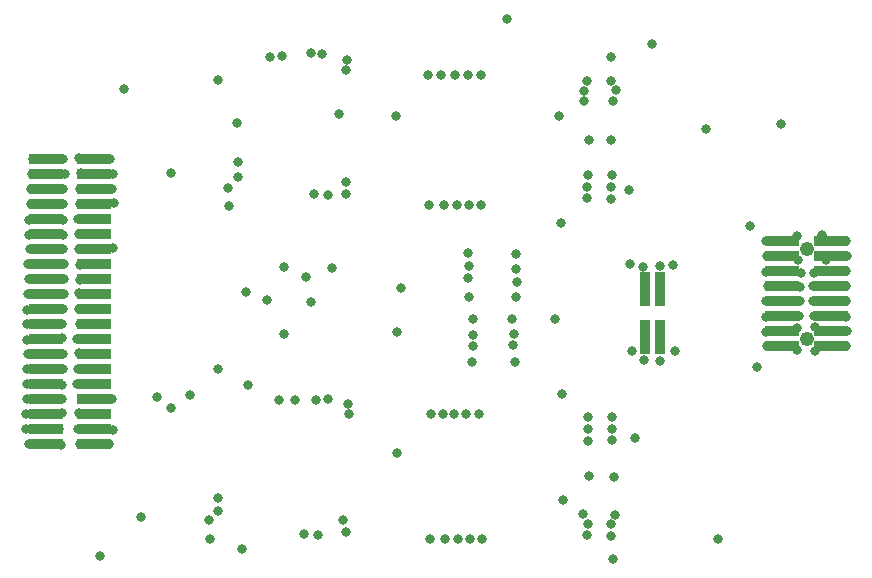
<source format=gbr>
G04 EAGLE Gerber RS-274X export*
G75*
%MOMM*%
%FSLAX34Y34*%
%LPD*%
%INSoldermask Bottom*%
%IPPOS*%
%AMOC8*
5,1,8,0,0,1.08239X$1,22.5*%
G01*
%ADD10R,2.993200X0.943200*%
%ADD11C,1.223200*%
%ADD12R,0.943200X2.993200*%
%ADD13C,0.813200*%


D10*
X194280Y143510D03*
X234980Y143510D03*
X194280Y156210D03*
X234980Y156210D03*
X194280Y168910D03*
X234980Y168910D03*
X194280Y181610D03*
X234980Y181610D03*
X194280Y194310D03*
X234980Y194310D03*
X194280Y207010D03*
X234980Y207010D03*
X194280Y219710D03*
X234980Y219710D03*
X194280Y232410D03*
X234980Y232410D03*
X194280Y245110D03*
X234980Y245110D03*
X194280Y257810D03*
X234980Y257810D03*
X194280Y270510D03*
X234980Y270510D03*
X194280Y283210D03*
X234980Y283210D03*
X194280Y295910D03*
X234980Y295910D03*
X194280Y308610D03*
X234980Y308610D03*
X194280Y321310D03*
X234980Y321310D03*
X194280Y334010D03*
X234980Y334010D03*
X194280Y346710D03*
X234980Y346710D03*
X194280Y359410D03*
X234980Y359410D03*
X194280Y372110D03*
X234980Y372110D03*
X194280Y384810D03*
X234980Y384810D03*
X817850Y226060D03*
X858550Y226060D03*
X817850Y238760D03*
X858550Y238760D03*
X817850Y251460D03*
X858550Y251460D03*
X817850Y264160D03*
X858550Y264160D03*
X817850Y276860D03*
X858550Y276860D03*
X817850Y289560D03*
X858550Y289560D03*
X817850Y302260D03*
X858550Y302260D03*
X817850Y314960D03*
X858550Y314960D03*
D11*
X838200Y232410D03*
X838200Y308610D03*
D12*
X701040Y274350D03*
X701040Y233650D03*
X713740Y274350D03*
X713740Y233650D03*
D13*
X418593Y474105D03*
X428216Y473273D03*
X422985Y180298D03*
X433177Y181112D03*
X221327Y155756D03*
X250956Y154978D03*
X412913Y66946D03*
X424783Y66397D03*
X421580Y354636D03*
X432998Y354316D03*
X300535Y173565D03*
X288142Y183085D03*
X591141Y212474D03*
X589954Y226853D03*
X592047Y267519D03*
X592706Y280578D03*
X592047Y304454D03*
X590350Y236615D03*
X589163Y248883D03*
X332961Y63182D03*
X332272Y79341D03*
X340154Y86630D03*
X340314Y97904D03*
X448288Y69079D03*
X446143Y78575D03*
X391559Y180309D03*
X405526Y180769D03*
X450355Y177139D03*
X450623Y168523D03*
X349196Y344719D03*
X348185Y360067D03*
X357098Y369625D03*
X356639Y382031D03*
X448395Y355342D03*
X447885Y365426D03*
X384311Y471146D03*
X394104Y471633D03*
X449537Y468531D03*
X448651Y459890D03*
X490344Y420813D03*
X491263Y135737D03*
X650084Y442387D03*
X652370Y450979D03*
X649536Y433874D03*
X652950Y370685D03*
X652729Y360869D03*
X652178Y351384D03*
X653562Y145819D03*
X652817Y156242D03*
X653083Y165920D03*
X649175Y83624D03*
X653227Y75880D03*
X652716Y65989D03*
X208975Y384802D03*
X210078Y371898D03*
X209085Y359325D03*
X208644Y346862D03*
X208864Y333297D03*
X208423Y320613D03*
X208754Y308592D03*
X209471Y295964D03*
X209692Y282839D03*
X209526Y270211D03*
X208589Y257914D03*
X208203Y244954D03*
X208203Y232602D03*
X208323Y219275D03*
X209058Y206960D03*
X207817Y193497D03*
X207634Y181550D03*
X207490Y169281D03*
X205280Y156336D03*
X206935Y142771D03*
X222759Y143598D03*
X260097Y443450D03*
X436501Y292609D03*
X316576Y184735D03*
X418735Y263593D03*
X274866Y81299D03*
X240405Y48451D03*
X299778Y372309D03*
X356095Y414708D03*
X442336Y422316D03*
X625218Y248825D03*
X693319Y148638D03*
X763061Y63233D03*
X753215Y409780D03*
X687576Y358045D03*
X816393Y413886D03*
X707268Y482046D03*
X584193Y503398D03*
X592593Y291172D03*
X676493Y442793D03*
X672625Y450815D03*
X674177Y433721D03*
X673208Y370714D03*
X672944Y360448D03*
X672561Y350939D03*
X673420Y166111D03*
X673353Y155808D03*
X673693Y146620D03*
X672598Y65783D03*
X672545Y75675D03*
X676373Y83545D03*
X182233Y372284D03*
X181516Y358774D03*
X181957Y346421D03*
X179751Y333186D03*
X179641Y320613D03*
X180916Y308016D03*
X179064Y295573D03*
X179725Y282602D03*
X178667Y270292D03*
X178402Y256658D03*
X178270Y244613D03*
X178600Y231707D03*
X178667Y219198D03*
X178534Y206756D03*
X178005Y193916D03*
X178137Y181606D03*
X177012Y168701D03*
X177475Y155927D03*
X180056Y143545D03*
X247354Y143455D03*
X183383Y384810D03*
X701014Y214096D03*
X690331Y221747D03*
X631107Y185847D03*
X713872Y213626D03*
X726693Y221716D03*
X632361Y95755D03*
X674566Y45534D03*
X414521Y284619D03*
X223267Y295176D03*
X364040Y272071D03*
X223267Y282469D03*
X395726Y293511D03*
X222374Y320855D03*
X360309Y54776D03*
X250001Y180944D03*
X222341Y271086D03*
X381217Y264976D03*
X222318Y257748D03*
X339873Y451621D03*
X221739Y333404D03*
X220698Y194293D03*
X713772Y294313D03*
X725361Y294503D03*
X628827Y420799D03*
X672293Y470807D03*
X700109Y293236D03*
X688755Y296033D03*
X629934Y330799D03*
X396049Y236682D03*
X222870Y245285D03*
X365507Y193602D03*
X220820Y232325D03*
X222199Y220010D03*
X339665Y206528D03*
X221739Y206868D03*
X803517Y314944D03*
X829799Y319631D03*
X805080Y302353D03*
X830696Y298931D03*
X804161Y264123D03*
X832280Y264123D03*
X803793Y251073D03*
X803885Y238390D03*
X804896Y226168D03*
X832096Y251624D03*
X830007Y241583D03*
X829983Y222492D03*
X804253Y289120D03*
X833475Y287831D03*
X805263Y276989D03*
X832510Y276207D03*
X871886Y225892D03*
X872162Y238850D03*
X871978Y251073D03*
X871335Y264123D03*
X871886Y277081D03*
X871748Y290084D03*
X872254Y302078D03*
X871611Y314852D03*
X796057Y208190D03*
X790017Y327666D03*
X851302Y319998D03*
X855113Y298986D03*
X844575Y288109D03*
X843610Y277081D03*
X843583Y264674D03*
X844410Y251348D03*
X845712Y242081D03*
X845697Y221940D03*
X222215Y308466D03*
X251283Y309101D03*
X223168Y359294D03*
X250594Y359515D03*
X223486Y346587D03*
X251880Y347293D03*
X554871Y212474D03*
X555662Y226325D03*
X555530Y235295D03*
X555662Y249146D03*
X562200Y345933D03*
X552349Y345841D03*
X542497Y345933D03*
X530900Y345841D03*
X518935Y345749D03*
X654275Y400541D03*
X517444Y455668D03*
X528995Y455605D03*
X540547Y455732D03*
X551588Y455924D03*
X562310Y456051D03*
X494858Y275353D03*
X491178Y238350D03*
X530344Y168254D03*
X520317Y168616D03*
X561231Y168790D03*
X540011Y168672D03*
X550203Y168799D03*
X519547Y62685D03*
X532401Y62873D03*
X543062Y62796D03*
X553152Y62664D03*
X563119Y62940D03*
X654364Y115901D03*
X222649Y169185D03*
X672579Y400684D03*
X675571Y115642D03*
X552014Y283925D03*
X552411Y267777D03*
X552543Y293985D03*
X552014Y305236D03*
X223645Y372478D03*
X250640Y372152D03*
X222374Y385185D03*
X248572Y384696D03*
M02*

</source>
